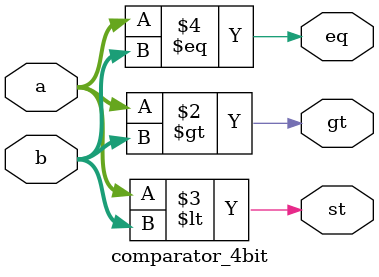
<source format=v>
module comparator_4bit(a,b,gt,st,eq);
  input [3:0] a,b;
  output reg gt,st,eq;
  
  always@(a,b) begin
    gt=(a>b);
    st=(a<b);
    eq=(a==b);
    
  end
  
endmodule

</source>
